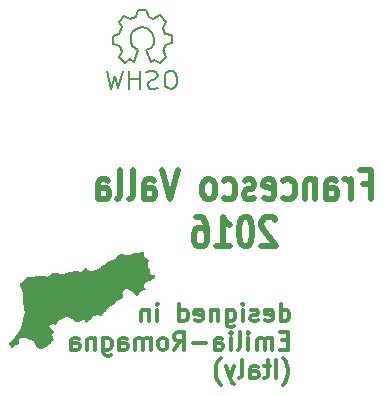
<source format=gbo>
G04 #@! TF.FileFunction,Legend,Bot*
%FSLAX46Y46*%
G04 Gerber Fmt 4.6, Leading zero omitted, Abs format (unit mm)*
G04 Created by KiCad (PCBNEW 4.0.2+dfsg1-stable) date gio 28 lug 2016 18:48:22 CEST*
%MOMM*%
G01*
G04 APERTURE LIST*
%ADD10C,0.100000*%
%ADD11C,0.300000*%
%ADD12C,0.500000*%
%ADD13C,0.150000*%
%ADD14C,0.010000*%
%ADD15R,3.900120X3.900120*%
%ADD16C,4.210000*%
%ADD17R,4.210000X4.210000*%
%ADD18R,2.940000X2.940000*%
%ADD19C,2.940000*%
%ADD20R,2.432000X2.432000*%
%ADD21O,2.432000X2.432000*%
%ADD22C,6.800000*%
G04 APERTURE END LIST*
D10*
D11*
X132900000Y-114478571D02*
X132900000Y-112978571D01*
X132900000Y-114407143D02*
X133042857Y-114478571D01*
X133328571Y-114478571D01*
X133471429Y-114407143D01*
X133542857Y-114335714D01*
X133614286Y-114192857D01*
X133614286Y-113764286D01*
X133542857Y-113621429D01*
X133471429Y-113550000D01*
X133328571Y-113478571D01*
X133042857Y-113478571D01*
X132900000Y-113550000D01*
X131614286Y-114407143D02*
X131757143Y-114478571D01*
X132042857Y-114478571D01*
X132185714Y-114407143D01*
X132257143Y-114264286D01*
X132257143Y-113692857D01*
X132185714Y-113550000D01*
X132042857Y-113478571D01*
X131757143Y-113478571D01*
X131614286Y-113550000D01*
X131542857Y-113692857D01*
X131542857Y-113835714D01*
X132257143Y-113978571D01*
X130971429Y-114407143D02*
X130828572Y-114478571D01*
X130542857Y-114478571D01*
X130400000Y-114407143D01*
X130328572Y-114264286D01*
X130328572Y-114192857D01*
X130400000Y-114050000D01*
X130542857Y-113978571D01*
X130757143Y-113978571D01*
X130900000Y-113907143D01*
X130971429Y-113764286D01*
X130971429Y-113692857D01*
X130900000Y-113550000D01*
X130757143Y-113478571D01*
X130542857Y-113478571D01*
X130400000Y-113550000D01*
X129685714Y-114478571D02*
X129685714Y-113478571D01*
X129685714Y-112978571D02*
X129757143Y-113050000D01*
X129685714Y-113121429D01*
X129614286Y-113050000D01*
X129685714Y-112978571D01*
X129685714Y-113121429D01*
X128328571Y-113478571D02*
X128328571Y-114692857D01*
X128400000Y-114835714D01*
X128471428Y-114907143D01*
X128614285Y-114978571D01*
X128828571Y-114978571D01*
X128971428Y-114907143D01*
X128328571Y-114407143D02*
X128471428Y-114478571D01*
X128757142Y-114478571D01*
X128900000Y-114407143D01*
X128971428Y-114335714D01*
X129042857Y-114192857D01*
X129042857Y-113764286D01*
X128971428Y-113621429D01*
X128900000Y-113550000D01*
X128757142Y-113478571D01*
X128471428Y-113478571D01*
X128328571Y-113550000D01*
X127614285Y-113478571D02*
X127614285Y-114478571D01*
X127614285Y-113621429D02*
X127542857Y-113550000D01*
X127399999Y-113478571D01*
X127185714Y-113478571D01*
X127042857Y-113550000D01*
X126971428Y-113692857D01*
X126971428Y-114478571D01*
X125685714Y-114407143D02*
X125828571Y-114478571D01*
X126114285Y-114478571D01*
X126257142Y-114407143D01*
X126328571Y-114264286D01*
X126328571Y-113692857D01*
X126257142Y-113550000D01*
X126114285Y-113478571D01*
X125828571Y-113478571D01*
X125685714Y-113550000D01*
X125614285Y-113692857D01*
X125614285Y-113835714D01*
X126328571Y-113978571D01*
X124328571Y-114478571D02*
X124328571Y-112978571D01*
X124328571Y-114407143D02*
X124471428Y-114478571D01*
X124757142Y-114478571D01*
X124900000Y-114407143D01*
X124971428Y-114335714D01*
X125042857Y-114192857D01*
X125042857Y-113764286D01*
X124971428Y-113621429D01*
X124900000Y-113550000D01*
X124757142Y-113478571D01*
X124471428Y-113478571D01*
X124328571Y-113550000D01*
X122471428Y-114478571D02*
X122471428Y-113478571D01*
X122471428Y-112978571D02*
X122542857Y-113050000D01*
X122471428Y-113121429D01*
X122400000Y-113050000D01*
X122471428Y-112978571D01*
X122471428Y-113121429D01*
X121757142Y-113478571D02*
X121757142Y-114478571D01*
X121757142Y-113621429D02*
X121685714Y-113550000D01*
X121542856Y-113478571D01*
X121328571Y-113478571D01*
X121185714Y-113550000D01*
X121114285Y-113692857D01*
X121114285Y-114478571D01*
X133542857Y-116092857D02*
X133042857Y-116092857D01*
X132828571Y-116878571D02*
X133542857Y-116878571D01*
X133542857Y-115378571D01*
X132828571Y-115378571D01*
X132185714Y-116878571D02*
X132185714Y-115878571D01*
X132185714Y-116021429D02*
X132114286Y-115950000D01*
X131971428Y-115878571D01*
X131757143Y-115878571D01*
X131614286Y-115950000D01*
X131542857Y-116092857D01*
X131542857Y-116878571D01*
X131542857Y-116092857D02*
X131471428Y-115950000D01*
X131328571Y-115878571D01*
X131114286Y-115878571D01*
X130971428Y-115950000D01*
X130900000Y-116092857D01*
X130900000Y-116878571D01*
X130185714Y-116878571D02*
X130185714Y-115878571D01*
X130185714Y-115378571D02*
X130257143Y-115450000D01*
X130185714Y-115521429D01*
X130114286Y-115450000D01*
X130185714Y-115378571D01*
X130185714Y-115521429D01*
X129257142Y-116878571D02*
X129400000Y-116807143D01*
X129471428Y-116664286D01*
X129471428Y-115378571D01*
X128685714Y-116878571D02*
X128685714Y-115878571D01*
X128685714Y-115378571D02*
X128757143Y-115450000D01*
X128685714Y-115521429D01*
X128614286Y-115450000D01*
X128685714Y-115378571D01*
X128685714Y-115521429D01*
X127328571Y-116878571D02*
X127328571Y-116092857D01*
X127400000Y-115950000D01*
X127542857Y-115878571D01*
X127828571Y-115878571D01*
X127971428Y-115950000D01*
X127328571Y-116807143D02*
X127471428Y-116878571D01*
X127828571Y-116878571D01*
X127971428Y-116807143D01*
X128042857Y-116664286D01*
X128042857Y-116521429D01*
X127971428Y-116378571D01*
X127828571Y-116307143D01*
X127471428Y-116307143D01*
X127328571Y-116235714D01*
X126614285Y-116307143D02*
X125471428Y-116307143D01*
X123899999Y-116878571D02*
X124399999Y-116164286D01*
X124757142Y-116878571D02*
X124757142Y-115378571D01*
X124185714Y-115378571D01*
X124042856Y-115450000D01*
X123971428Y-115521429D01*
X123899999Y-115664286D01*
X123899999Y-115878571D01*
X123971428Y-116021429D01*
X124042856Y-116092857D01*
X124185714Y-116164286D01*
X124757142Y-116164286D01*
X123042856Y-116878571D02*
X123185714Y-116807143D01*
X123257142Y-116735714D01*
X123328571Y-116592857D01*
X123328571Y-116164286D01*
X123257142Y-116021429D01*
X123185714Y-115950000D01*
X123042856Y-115878571D01*
X122828571Y-115878571D01*
X122685714Y-115950000D01*
X122614285Y-116021429D01*
X122542856Y-116164286D01*
X122542856Y-116592857D01*
X122614285Y-116735714D01*
X122685714Y-116807143D01*
X122828571Y-116878571D01*
X123042856Y-116878571D01*
X121899999Y-116878571D02*
X121899999Y-115878571D01*
X121899999Y-116021429D02*
X121828571Y-115950000D01*
X121685713Y-115878571D01*
X121471428Y-115878571D01*
X121328571Y-115950000D01*
X121257142Y-116092857D01*
X121257142Y-116878571D01*
X121257142Y-116092857D02*
X121185713Y-115950000D01*
X121042856Y-115878571D01*
X120828571Y-115878571D01*
X120685713Y-115950000D01*
X120614285Y-116092857D01*
X120614285Y-116878571D01*
X119257142Y-116878571D02*
X119257142Y-116092857D01*
X119328571Y-115950000D01*
X119471428Y-115878571D01*
X119757142Y-115878571D01*
X119899999Y-115950000D01*
X119257142Y-116807143D02*
X119399999Y-116878571D01*
X119757142Y-116878571D01*
X119899999Y-116807143D01*
X119971428Y-116664286D01*
X119971428Y-116521429D01*
X119899999Y-116378571D01*
X119757142Y-116307143D01*
X119399999Y-116307143D01*
X119257142Y-116235714D01*
X117899999Y-115878571D02*
X117899999Y-117092857D01*
X117971428Y-117235714D01*
X118042856Y-117307143D01*
X118185713Y-117378571D01*
X118399999Y-117378571D01*
X118542856Y-117307143D01*
X117899999Y-116807143D02*
X118042856Y-116878571D01*
X118328570Y-116878571D01*
X118471428Y-116807143D01*
X118542856Y-116735714D01*
X118614285Y-116592857D01*
X118614285Y-116164286D01*
X118542856Y-116021429D01*
X118471428Y-115950000D01*
X118328570Y-115878571D01*
X118042856Y-115878571D01*
X117899999Y-115950000D01*
X117185713Y-115878571D02*
X117185713Y-116878571D01*
X117185713Y-116021429D02*
X117114285Y-115950000D01*
X116971427Y-115878571D01*
X116757142Y-115878571D01*
X116614285Y-115950000D01*
X116542856Y-116092857D01*
X116542856Y-116878571D01*
X115185713Y-116878571D02*
X115185713Y-116092857D01*
X115257142Y-115950000D01*
X115399999Y-115878571D01*
X115685713Y-115878571D01*
X115828570Y-115950000D01*
X115185713Y-116807143D02*
X115328570Y-116878571D01*
X115685713Y-116878571D01*
X115828570Y-116807143D01*
X115899999Y-116664286D01*
X115899999Y-116521429D01*
X115828570Y-116378571D01*
X115685713Y-116307143D01*
X115328570Y-116307143D01*
X115185713Y-116235714D01*
X133114286Y-119850000D02*
X133185714Y-119778571D01*
X133328571Y-119564286D01*
X133400000Y-119421429D01*
X133471429Y-119207143D01*
X133542857Y-118850000D01*
X133542857Y-118564286D01*
X133471429Y-118207143D01*
X133400000Y-117992857D01*
X133328571Y-117850000D01*
X133185714Y-117635714D01*
X133114286Y-117564286D01*
X132542857Y-119278571D02*
X132542857Y-117778571D01*
X132042857Y-118278571D02*
X131471428Y-118278571D01*
X131828571Y-117778571D02*
X131828571Y-119064286D01*
X131757143Y-119207143D01*
X131614285Y-119278571D01*
X131471428Y-119278571D01*
X130328571Y-119278571D02*
X130328571Y-118492857D01*
X130400000Y-118350000D01*
X130542857Y-118278571D01*
X130828571Y-118278571D01*
X130971428Y-118350000D01*
X130328571Y-119207143D02*
X130471428Y-119278571D01*
X130828571Y-119278571D01*
X130971428Y-119207143D01*
X131042857Y-119064286D01*
X131042857Y-118921429D01*
X130971428Y-118778571D01*
X130828571Y-118707143D01*
X130471428Y-118707143D01*
X130328571Y-118635714D01*
X129399999Y-119278571D02*
X129542857Y-119207143D01*
X129614285Y-119064286D01*
X129614285Y-117778571D01*
X128971428Y-118278571D02*
X128614285Y-119278571D01*
X128257143Y-118278571D02*
X128614285Y-119278571D01*
X128757143Y-119635714D01*
X128828571Y-119707143D01*
X128971428Y-119778571D01*
X127828571Y-119850000D02*
X127757143Y-119778571D01*
X127614286Y-119564286D01*
X127542857Y-119421429D01*
X127471428Y-119207143D01*
X127400000Y-118850000D01*
X127400000Y-118564286D01*
X127471428Y-118207143D01*
X127542857Y-117992857D01*
X127614286Y-117850000D01*
X127757143Y-117635714D01*
X127828571Y-117564286D01*
D12*
X139904763Y-102821429D02*
X140571430Y-102821429D01*
X140571430Y-104130952D02*
X140571430Y-101630952D01*
X139619049Y-101630952D01*
X138857144Y-104130952D02*
X138857144Y-102464286D01*
X138857144Y-102940476D02*
X138761905Y-102702381D01*
X138666667Y-102583333D01*
X138476191Y-102464286D01*
X138285715Y-102464286D01*
X136761906Y-104130952D02*
X136761906Y-102821429D01*
X136857144Y-102583333D01*
X137047620Y-102464286D01*
X137428572Y-102464286D01*
X137619049Y-102583333D01*
X136761906Y-104011905D02*
X136952382Y-104130952D01*
X137428572Y-104130952D01*
X137619049Y-104011905D01*
X137714287Y-103773810D01*
X137714287Y-103535714D01*
X137619049Y-103297619D01*
X137428572Y-103178571D01*
X136952382Y-103178571D01*
X136761906Y-103059524D01*
X135809525Y-102464286D02*
X135809525Y-104130952D01*
X135809525Y-102702381D02*
X135714286Y-102583333D01*
X135523810Y-102464286D01*
X135238096Y-102464286D01*
X135047620Y-102583333D01*
X134952382Y-102821429D01*
X134952382Y-104130952D01*
X133142858Y-104011905D02*
X133333334Y-104130952D01*
X133714286Y-104130952D01*
X133904762Y-104011905D01*
X134000001Y-103892857D01*
X134095239Y-103654762D01*
X134095239Y-102940476D01*
X134000001Y-102702381D01*
X133904762Y-102583333D01*
X133714286Y-102464286D01*
X133333334Y-102464286D01*
X133142858Y-102583333D01*
X131523810Y-104011905D02*
X131714286Y-104130952D01*
X132095238Y-104130952D01*
X132285715Y-104011905D01*
X132380953Y-103773810D01*
X132380953Y-102821429D01*
X132285715Y-102583333D01*
X132095238Y-102464286D01*
X131714286Y-102464286D01*
X131523810Y-102583333D01*
X131428572Y-102821429D01*
X131428572Y-103059524D01*
X132380953Y-103297619D01*
X130666667Y-104011905D02*
X130476190Y-104130952D01*
X130095238Y-104130952D01*
X129904762Y-104011905D01*
X129809524Y-103773810D01*
X129809524Y-103654762D01*
X129904762Y-103416667D01*
X130095238Y-103297619D01*
X130380952Y-103297619D01*
X130571429Y-103178571D01*
X130666667Y-102940476D01*
X130666667Y-102821429D01*
X130571429Y-102583333D01*
X130380952Y-102464286D01*
X130095238Y-102464286D01*
X129904762Y-102583333D01*
X128095238Y-104011905D02*
X128285714Y-104130952D01*
X128666666Y-104130952D01*
X128857142Y-104011905D01*
X128952381Y-103892857D01*
X129047619Y-103654762D01*
X129047619Y-102940476D01*
X128952381Y-102702381D01*
X128857142Y-102583333D01*
X128666666Y-102464286D01*
X128285714Y-102464286D01*
X128095238Y-102583333D01*
X126952380Y-104130952D02*
X127142856Y-104011905D01*
X127238095Y-103892857D01*
X127333333Y-103654762D01*
X127333333Y-102940476D01*
X127238095Y-102702381D01*
X127142856Y-102583333D01*
X126952380Y-102464286D01*
X126666666Y-102464286D01*
X126476190Y-102583333D01*
X126380952Y-102702381D01*
X126285714Y-102940476D01*
X126285714Y-103654762D01*
X126380952Y-103892857D01*
X126476190Y-104011905D01*
X126666666Y-104130952D01*
X126952380Y-104130952D01*
X124190475Y-101630952D02*
X123523808Y-104130952D01*
X122857141Y-101630952D01*
X121333332Y-104130952D02*
X121333332Y-102821429D01*
X121428570Y-102583333D01*
X121619046Y-102464286D01*
X121999998Y-102464286D01*
X122190475Y-102583333D01*
X121333332Y-104011905D02*
X121523808Y-104130952D01*
X121999998Y-104130952D01*
X122190475Y-104011905D01*
X122285713Y-103773810D01*
X122285713Y-103535714D01*
X122190475Y-103297619D01*
X121999998Y-103178571D01*
X121523808Y-103178571D01*
X121333332Y-103059524D01*
X120095236Y-104130952D02*
X120285712Y-104011905D01*
X120380951Y-103773810D01*
X120380951Y-101630952D01*
X119047617Y-104130952D02*
X119238093Y-104011905D01*
X119333332Y-103773810D01*
X119333332Y-101630952D01*
X117428570Y-104130952D02*
X117428570Y-102821429D01*
X117523808Y-102583333D01*
X117714284Y-102464286D01*
X118095236Y-102464286D01*
X118285713Y-102583333D01*
X117428570Y-104011905D02*
X117619046Y-104130952D01*
X118095236Y-104130952D01*
X118285713Y-104011905D01*
X118380951Y-103773810D01*
X118380951Y-103535714D01*
X118285713Y-103297619D01*
X118095236Y-103178571D01*
X117619046Y-103178571D01*
X117428570Y-103059524D01*
X132428572Y-105869048D02*
X132333334Y-105750000D01*
X132142857Y-105630952D01*
X131666667Y-105630952D01*
X131476191Y-105750000D01*
X131380953Y-105869048D01*
X131285714Y-106107143D01*
X131285714Y-106345238D01*
X131380953Y-106702381D01*
X132523810Y-108130952D01*
X131285714Y-108130952D01*
X130047619Y-105630952D02*
X129857143Y-105630952D01*
X129666667Y-105750000D01*
X129571429Y-105869048D01*
X129476191Y-106107143D01*
X129380952Y-106583333D01*
X129380952Y-107178571D01*
X129476191Y-107654762D01*
X129571429Y-107892857D01*
X129666667Y-108011905D01*
X129857143Y-108130952D01*
X130047619Y-108130952D01*
X130238095Y-108011905D01*
X130333333Y-107892857D01*
X130428572Y-107654762D01*
X130523810Y-107178571D01*
X130523810Y-106583333D01*
X130428572Y-106107143D01*
X130333333Y-105869048D01*
X130238095Y-105750000D01*
X130047619Y-105630952D01*
X127476190Y-108130952D02*
X128619048Y-108130952D01*
X128047619Y-108130952D02*
X128047619Y-105630952D01*
X128238095Y-105988095D01*
X128428571Y-106226190D01*
X128619048Y-106345238D01*
X125761905Y-105630952D02*
X126142857Y-105630952D01*
X126333333Y-105750000D01*
X126428571Y-105869048D01*
X126619048Y-106226190D01*
X126714286Y-106702381D01*
X126714286Y-107654762D01*
X126619048Y-107892857D01*
X126523809Y-108011905D01*
X126333333Y-108130952D01*
X125952381Y-108130952D01*
X125761905Y-108011905D01*
X125666667Y-107892857D01*
X125571428Y-107654762D01*
X125571428Y-107059524D01*
X125666667Y-106821429D01*
X125761905Y-106702381D01*
X125952381Y-106583333D01*
X126333333Y-106583333D01*
X126523809Y-106702381D01*
X126619048Y-106821429D01*
X126714286Y-107059524D01*
D13*
X119531220Y-93289860D02*
X119170540Y-94760520D01*
X119170540Y-94760520D02*
X118891140Y-93698800D01*
X118891140Y-93698800D02*
X118581260Y-94770680D01*
X118581260Y-94770680D02*
X118240900Y-93320340D01*
X120951080Y-93980740D02*
X120161140Y-93970580D01*
X120161140Y-93970580D02*
X120150980Y-93980740D01*
X120150980Y-93980740D02*
X120150980Y-93970580D01*
X120110340Y-93259380D02*
X120110340Y-94801160D01*
X120999340Y-93249220D02*
X120999340Y-94818940D01*
X120999340Y-94818940D02*
X120989180Y-94808780D01*
X121550520Y-93350820D02*
X121901040Y-93269540D01*
X121901040Y-93269540D02*
X122221080Y-93259380D01*
X122221080Y-93259380D02*
X122459840Y-93460040D01*
X122459840Y-93460040D02*
X122490320Y-93729280D01*
X122490320Y-93729280D02*
X122249020Y-93970580D01*
X122249020Y-93970580D02*
X121860400Y-94100120D01*
X121860400Y-94100120D02*
X121680060Y-94260140D01*
X121680060Y-94260140D02*
X121639420Y-94559860D01*
X121639420Y-94559860D02*
X121870560Y-94780840D01*
X121870560Y-94780840D02*
X122190600Y-94808780D01*
X122190600Y-94808780D02*
X122541120Y-94699560D01*
X123579980Y-93249220D02*
X123828900Y-93269540D01*
X123828900Y-93269540D02*
X124070200Y-93510840D01*
X124070200Y-93510840D02*
X124159100Y-94001060D01*
X124159100Y-94001060D02*
X124131160Y-94349040D01*
X124131160Y-94349040D02*
X123930500Y-94669080D01*
X123930500Y-94669080D02*
X123679040Y-94791000D01*
X123679040Y-94791000D02*
X123369160Y-94719880D01*
X123369160Y-94719880D02*
X123150720Y-94539540D01*
X123150720Y-94539540D02*
X123079600Y-94079800D01*
X123079600Y-94079800D02*
X123130400Y-93670860D01*
X123130400Y-93670860D02*
X123239620Y-93388920D01*
X123239620Y-93388920D02*
X123600300Y-93259380D01*
X122980540Y-91529640D02*
X123239620Y-92090980D01*
X123239620Y-92090980D02*
X122701140Y-92609140D01*
X122701140Y-92609140D02*
X122180440Y-92339900D01*
X122180440Y-92339900D02*
X121901040Y-92499920D01*
X120460860Y-92479600D02*
X120130660Y-92289100D01*
X120130660Y-92289100D02*
X119691240Y-92619300D01*
X119691240Y-92619300D02*
X119218800Y-92129080D01*
X119218800Y-92129080D02*
X119500740Y-91649020D01*
X119500740Y-91649020D02*
X119310240Y-91179120D01*
X119310240Y-91179120D02*
X118700640Y-90991160D01*
X118700640Y-90991160D02*
X118700640Y-90310440D01*
X118700640Y-90310440D02*
X119259440Y-90170740D01*
X119259440Y-90170740D02*
X119460100Y-89599240D01*
X119460100Y-89599240D02*
X119190860Y-89129340D01*
X119190860Y-89129340D02*
X119660760Y-88618800D01*
X119660760Y-88618800D02*
X120178920Y-88880420D01*
X120178920Y-88880420D02*
X120648820Y-88679760D01*
X120648820Y-88679760D02*
X120819000Y-88138740D01*
X120819000Y-88138740D02*
X121509880Y-88120960D01*
X121509880Y-88120960D02*
X121720700Y-88669600D01*
X121720700Y-88669600D02*
X122139800Y-88839780D01*
X122139800Y-88839780D02*
X122690980Y-88570540D01*
X122690980Y-88570540D02*
X123209140Y-89098860D01*
X123209140Y-89098860D02*
X122960220Y-89639880D01*
X122960220Y-89639880D02*
X123130400Y-90119940D01*
X123130400Y-90119940D02*
X123679040Y-90219000D01*
X123679040Y-90219000D02*
X123689200Y-90920040D01*
X123689200Y-90920040D02*
X123130400Y-91120700D01*
X123130400Y-91120700D02*
X122990700Y-91519480D01*
X120849480Y-91499160D02*
X120549760Y-91349300D01*
X120549760Y-91349300D02*
X120349100Y-91151180D01*
X120349100Y-91151180D02*
X120199240Y-90749860D01*
X120199240Y-90749860D02*
X120199240Y-90351080D01*
X120199240Y-90351080D02*
X120349100Y-90000560D01*
X120349100Y-90000560D02*
X120801220Y-89650040D01*
X120801220Y-89650040D02*
X121250800Y-89599240D01*
X121250800Y-89599240D02*
X121649580Y-89700840D01*
X121649580Y-89700840D02*
X122050900Y-90048820D01*
X122050900Y-90048820D02*
X122200760Y-90500940D01*
X122200760Y-90500940D02*
X122149960Y-90998780D01*
X122149960Y-90998780D02*
X121901040Y-91301040D01*
X121901040Y-91301040D02*
X121550520Y-91499160D01*
X121550520Y-91499160D02*
X121901040Y-92499920D01*
X120849480Y-91499160D02*
X120450700Y-92499920D01*
D14*
G36*
X121191228Y-108620350D02*
X121164610Y-108624015D01*
X121124940Y-108629788D01*
X121074051Y-108637393D01*
X121013780Y-108646553D01*
X120945961Y-108656994D01*
X120872429Y-108668439D01*
X120833877Y-108674487D01*
X120481501Y-108729907D01*
X120316401Y-108796447D01*
X120264468Y-108816904D01*
X120215427Y-108835350D01*
X120172307Y-108850710D01*
X120138140Y-108861914D01*
X120115957Y-108867887D01*
X120113200Y-108868363D01*
X120095701Y-108868877D01*
X120063272Y-108867854D01*
X120017832Y-108865420D01*
X119961304Y-108861699D01*
X119895608Y-108856818D01*
X119822665Y-108850902D01*
X119750512Y-108844628D01*
X119425923Y-108815518D01*
X119226787Y-108869189D01*
X119171524Y-108884165D01*
X119121989Y-108897746D01*
X119080433Y-108909301D01*
X119049103Y-108918202D01*
X119030250Y-108923818D01*
X119025659Y-108925480D01*
X119023545Y-108934411D01*
X119019458Y-108956356D01*
X119014067Y-108987602D01*
X119010235Y-109010809D01*
X119003445Y-109049930D01*
X118996742Y-109077638D01*
X118987921Y-109099296D01*
X118974778Y-109120269D01*
X118955107Y-109145921D01*
X118954242Y-109147009D01*
X118911679Y-109200498D01*
X118602885Y-109317367D01*
X118294092Y-109434236D01*
X118038478Y-109609656D01*
X117946188Y-109673681D01*
X117866672Y-109730389D01*
X117798148Y-109781115D01*
X117738834Y-109827192D01*
X117686945Y-109869955D01*
X117663821Y-109889988D01*
X117623816Y-109925010D01*
X117585940Y-109957739D01*
X117552896Y-109985873D01*
X117527390Y-110007105D01*
X117513219Y-110018330D01*
X117495203Y-110028597D01*
X117463783Y-110043186D01*
X117421297Y-110061239D01*
X117370083Y-110081901D01*
X117312479Y-110104315D01*
X117250824Y-110127623D01*
X117187457Y-110150970D01*
X117124715Y-110173498D01*
X117064938Y-110194351D01*
X117010462Y-110212673D01*
X116963628Y-110227606D01*
X116926773Y-110238294D01*
X116902235Y-110243880D01*
X116895867Y-110244501D01*
X116873507Y-110243068D01*
X116838793Y-110239140D01*
X116796028Y-110233272D01*
X116749515Y-110226023D01*
X116737233Y-110223963D01*
X116676137Y-110212757D01*
X116628222Y-110201127D01*
X116589947Y-110186841D01*
X116557768Y-110167669D01*
X116528143Y-110141378D01*
X116497528Y-110105739D01*
X116462380Y-110058521D01*
X116452476Y-110044654D01*
X116422619Y-110003300D01*
X116400608Y-109974536D01*
X116385016Y-109956780D01*
X116374420Y-109948452D01*
X116367395Y-109947971D01*
X116366098Y-109948833D01*
X116357249Y-109957744D01*
X116338952Y-109977312D01*
X116313024Y-110005554D01*
X116281282Y-110040486D01*
X116245544Y-110080124D01*
X116231248Y-110096057D01*
X116190400Y-110141477D01*
X116158683Y-110176045D01*
X116134021Y-110201605D01*
X116114336Y-110219998D01*
X116097552Y-110233068D01*
X116081593Y-110242656D01*
X116064383Y-110250606D01*
X116051021Y-110255971D01*
X115994167Y-110278184D01*
X115816367Y-110264958D01*
X115627601Y-110255802D01*
X115443834Y-110255588D01*
X115249101Y-110259443D01*
X115109401Y-110294715D01*
X115063524Y-110306491D01*
X115005092Y-110321788D01*
X114937865Y-110339605D01*
X114865606Y-110358940D01*
X114792076Y-110378791D01*
X114721037Y-110398155D01*
X114720252Y-110398370D01*
X114648032Y-110417797D01*
X114582835Y-110434603D01*
X114526540Y-110448343D01*
X114481028Y-110458575D01*
X114448177Y-110464852D01*
X114430956Y-110466754D01*
X114345516Y-110464286D01*
X114244432Y-110456918D01*
X114128252Y-110444702D01*
X113997525Y-110427688D01*
X113958391Y-110422072D01*
X113734481Y-110389333D01*
X113615491Y-110419128D01*
X113496500Y-110448924D01*
X113357888Y-110562035D01*
X113310912Y-110600168D01*
X113274538Y-110628984D01*
X113246383Y-110650036D01*
X113224065Y-110664873D01*
X113205200Y-110675048D01*
X113187404Y-110682112D01*
X113168295Y-110687616D01*
X113162897Y-110688963D01*
X113106518Y-110702779D01*
X112830853Y-110652425D01*
X112555187Y-110602070D01*
X112272310Y-110647424D01*
X112187334Y-110660556D01*
X112091850Y-110674479D01*
X111991307Y-110688452D01*
X111891152Y-110701736D01*
X111796833Y-110713589D01*
X111714472Y-110723198D01*
X111439510Y-110753619D01*
X111205027Y-110985976D01*
X111152839Y-111037406D01*
X111104120Y-111084872D01*
X111060232Y-111127087D01*
X111022536Y-111162766D01*
X110992395Y-111190622D01*
X110971171Y-111209369D01*
X110960225Y-111217721D01*
X110959289Y-111218036D01*
X110945622Y-111216149D01*
X110920976Y-111211514D01*
X110893000Y-111205633D01*
X110858135Y-111197824D01*
X110835031Y-111194191D01*
X110821647Y-111197086D01*
X110815947Y-111208864D01*
X110815889Y-111231877D01*
X110819436Y-111268480D01*
X110821481Y-111288183D01*
X110831089Y-111383433D01*
X110938730Y-111588552D01*
X111046370Y-111793670D01*
X111084820Y-112033052D01*
X111123269Y-112272433D01*
X111114792Y-112543366D01*
X111106315Y-112814300D01*
X111173225Y-113236290D01*
X111186373Y-113319864D01*
X111198666Y-113399250D01*
X111209846Y-113472704D01*
X111219658Y-113538482D01*
X111227844Y-113594840D01*
X111234149Y-113640032D01*
X111238316Y-113672316D01*
X111240089Y-113689946D01*
X111240134Y-113691451D01*
X111238091Y-113705040D01*
X111232204Y-113733565D01*
X111222840Y-113775559D01*
X111210363Y-113829556D01*
X111195137Y-113894088D01*
X111177529Y-113967689D01*
X111157903Y-114048893D01*
X111136624Y-114136233D01*
X111114057Y-114228242D01*
X111090568Y-114323454D01*
X111066520Y-114420402D01*
X111042281Y-114517620D01*
X111018213Y-114613641D01*
X110994683Y-114706998D01*
X110972056Y-114796226D01*
X110950696Y-114879856D01*
X110930968Y-114956424D01*
X110913238Y-115024461D01*
X110897871Y-115082502D01*
X110885232Y-115129080D01*
X110875685Y-115162728D01*
X110869596Y-115181980D01*
X110868388Y-115184966D01*
X110860578Y-115196985D01*
X110843063Y-115221117D01*
X110816705Y-115256245D01*
X110782370Y-115301253D01*
X110740920Y-115355025D01*
X110693221Y-115416444D01*
X110640135Y-115484395D01*
X110582527Y-115557759D01*
X110521261Y-115635422D01*
X110457465Y-115715935D01*
X110381125Y-115811968D01*
X110314428Y-115895628D01*
X110256575Y-115967870D01*
X110206764Y-116029650D01*
X110164197Y-116081923D01*
X110128073Y-116125645D01*
X110097592Y-116161773D01*
X110071954Y-116191261D01*
X110050359Y-116215065D01*
X110032008Y-116234142D01*
X110016099Y-116249446D01*
X110001833Y-116261935D01*
X109997371Y-116265583D01*
X109968930Y-116288479D01*
X109945361Y-116307496D01*
X109929846Y-116320062D01*
X109925680Y-116323476D01*
X109927008Y-116332499D01*
X109934617Y-116354237D01*
X109947480Y-116386125D01*
X109964570Y-116425604D01*
X109981953Y-116463860D01*
X110044580Y-116598900D01*
X110102057Y-116639116D01*
X110129284Y-116657645D01*
X110151301Y-116671663D01*
X110164418Y-116678853D01*
X110166120Y-116679333D01*
X110172568Y-116672367D01*
X110185201Y-116653416D01*
X110202172Y-116625406D01*
X110220945Y-116592504D01*
X110246589Y-116548256D01*
X110270201Y-116513576D01*
X110294707Y-116486336D01*
X110323033Y-116464408D01*
X110358104Y-116445663D01*
X110402847Y-116427972D01*
X110460186Y-116409207D01*
X110482141Y-116402486D01*
X110531555Y-116387397D01*
X110567497Y-116375841D01*
X110592714Y-116366493D01*
X110609955Y-116358024D01*
X110621967Y-116349108D01*
X110631499Y-116338418D01*
X110640273Y-116326117D01*
X110648930Y-116312898D01*
X110655529Y-116300049D01*
X110660582Y-116284806D01*
X110664599Y-116264408D01*
X110668089Y-116236093D01*
X110671562Y-116197097D01*
X110675530Y-116144660D01*
X110676660Y-116129112D01*
X110688328Y-115968034D01*
X110795634Y-115839136D01*
X110964967Y-115797234D01*
X111025043Y-115782609D01*
X111071482Y-115771982D01*
X111106987Y-115764897D01*
X111134258Y-115760900D01*
X111155998Y-115759537D01*
X111174907Y-115760351D01*
X111180454Y-115760955D01*
X111198436Y-115764524D01*
X111221616Y-115771838D01*
X111251701Y-115783640D01*
X111290400Y-115800672D01*
X111339422Y-115823675D01*
X111400474Y-115853393D01*
X111451388Y-115878638D01*
X111676167Y-115990699D01*
X111793864Y-116010642D01*
X111841020Y-116018832D01*
X111875200Y-116025650D01*
X111900149Y-116032378D01*
X111919616Y-116040295D01*
X111937347Y-116050682D01*
X111957090Y-116064818D01*
X111960975Y-116067731D01*
X111986155Y-116087329D01*
X112006003Y-116104012D01*
X112016496Y-116114385D01*
X112016798Y-116114822D01*
X112021829Y-116124940D01*
X112032757Y-116148416D01*
X112048620Y-116183129D01*
X112068453Y-116226959D01*
X112091292Y-116277782D01*
X112116172Y-116333477D01*
X112116386Y-116333959D01*
X112209567Y-116543152D01*
X112332334Y-116632212D01*
X112372919Y-116660958D01*
X112409785Y-116685771D01*
X112440391Y-116705042D01*
X112462199Y-116717164D01*
X112472034Y-116720643D01*
X112485518Y-116719148D01*
X112512745Y-116715371D01*
X112550746Y-116709751D01*
X112596551Y-116702729D01*
X112645600Y-116694996D01*
X112802234Y-116669977D01*
X112920767Y-116589344D01*
X113002422Y-116533816D01*
X113071528Y-116486768D01*
X113129496Y-116447096D01*
X113177738Y-116413697D01*
X113217666Y-116385469D01*
X113250691Y-116361308D01*
X113278225Y-116340112D01*
X113301679Y-116320776D01*
X113322466Y-116302197D01*
X113341997Y-116283274D01*
X113361683Y-116262902D01*
X113382936Y-116239979D01*
X113407169Y-116213401D01*
X113420300Y-116198991D01*
X113458341Y-116157216D01*
X113494622Y-116117195D01*
X113526800Y-116081527D01*
X113552530Y-116052812D01*
X113569468Y-116033650D01*
X113570883Y-116032017D01*
X113602933Y-115994911D01*
X113588966Y-115911672D01*
X113579218Y-115862423D01*
X113567806Y-115824445D01*
X113552902Y-115792079D01*
X113547026Y-115781866D01*
X113514565Y-115722162D01*
X113493653Y-115669096D01*
X113482870Y-115618418D01*
X113480598Y-115582900D01*
X113486507Y-115523348D01*
X113505670Y-115474293D01*
X113538198Y-115435553D01*
X113584200Y-115406947D01*
X113589749Y-115404552D01*
X113617325Y-115390807D01*
X113631631Y-115376718D01*
X113636046Y-115358856D01*
X113636071Y-115357555D01*
X113630470Y-115348360D01*
X113614502Y-115328454D01*
X113589509Y-115299355D01*
X113556837Y-115262579D01*
X113517830Y-115219646D01*
X113473832Y-115172073D01*
X113437355Y-115133189D01*
X113378443Y-115070249D01*
X113329257Y-115016605D01*
X113290257Y-114972782D01*
X113261902Y-114939309D01*
X113244652Y-114916712D01*
X113238965Y-114905567D01*
X113241838Y-114891356D01*
X113249343Y-114864903D01*
X113260366Y-114829893D01*
X113273791Y-114790012D01*
X113274827Y-114787033D01*
X113310234Y-114685433D01*
X113457788Y-114661312D01*
X113512300Y-114652581D01*
X113553340Y-114646615D01*
X113584109Y-114643197D01*
X113607802Y-114642111D01*
X113627618Y-114643139D01*
X113646755Y-114646064D01*
X113655696Y-114647877D01*
X113698674Y-114661503D01*
X113739671Y-114681971D01*
X113747121Y-114686815D01*
X113770426Y-114702025D01*
X113788426Y-114712281D01*
X113795729Y-114715067D01*
X113802465Y-114707879D01*
X113813622Y-114688802D01*
X113827079Y-114661566D01*
X113830659Y-114653683D01*
X113845260Y-114625651D01*
X113867554Y-114588649D01*
X113895570Y-114545436D01*
X113927338Y-114498770D01*
X113960887Y-114451406D01*
X113994248Y-114406103D01*
X114025449Y-114365618D01*
X114052521Y-114332708D01*
X114073493Y-114310131D01*
X114080549Y-114303975D01*
X114100185Y-114291943D01*
X114131133Y-114276310D01*
X114168803Y-114259285D01*
X114200803Y-114246105D01*
X114243983Y-114227249D01*
X114298260Y-114200515D01*
X114360666Y-114167454D01*
X114428234Y-114129616D01*
X114467094Y-114106993D01*
X114641822Y-114003867D01*
X114705081Y-114003867D01*
X114723325Y-114004056D01*
X114739852Y-114005085D01*
X114756722Y-114007649D01*
X114775998Y-114012440D01*
X114799741Y-114020151D01*
X114830013Y-114031476D01*
X114868873Y-114047108D01*
X114918385Y-114067740D01*
X114980609Y-114094066D01*
X115008515Y-114105919D01*
X115069498Y-114132115D01*
X115126465Y-114157125D01*
X115177249Y-114179955D01*
X115219687Y-114199614D01*
X115251612Y-114215108D01*
X115270859Y-114225446D01*
X115274295Y-114227735D01*
X115288570Y-114239406D01*
X115313106Y-114260160D01*
X115345449Y-114287893D01*
X115383147Y-114320501D01*
X115423747Y-114355882D01*
X115426758Y-114358516D01*
X115470102Y-114396681D01*
X115503489Y-114425438D01*
X115530210Y-114445926D01*
X115553558Y-114459284D01*
X115576823Y-114466649D01*
X115603296Y-114469160D01*
X115636270Y-114467957D01*
X115679035Y-114464176D01*
X115720771Y-114460221D01*
X115822822Y-114450908D01*
X115925428Y-114377248D01*
X115962061Y-114351025D01*
X115994091Y-114328240D01*
X116018868Y-114310765D01*
X116033745Y-114300474D01*
X116036500Y-114298688D01*
X116048050Y-114297276D01*
X116072475Y-114297362D01*
X116105794Y-114298863D01*
X116131976Y-114300687D01*
X116218986Y-114307586D01*
X116321736Y-114405493D01*
X116356167Y-114437948D01*
X116386481Y-114465857D01*
X116410523Y-114487289D01*
X116426139Y-114500312D01*
X116431000Y-114503400D01*
X116439489Y-114497056D01*
X116452518Y-114481283D01*
X116456339Y-114475883D01*
X116484178Y-114439859D01*
X116517636Y-114406108D01*
X116559446Y-114372358D01*
X116612340Y-114336339D01*
X116658466Y-114307938D01*
X116773100Y-114239515D01*
X116874700Y-114099606D01*
X116909346Y-114052103D01*
X116936134Y-114016240D01*
X116957060Y-113989885D01*
X116974117Y-113970907D01*
X116989301Y-113957173D01*
X117004607Y-113946553D01*
X117022030Y-113936913D01*
X117031334Y-113932206D01*
X117049095Y-113923492D01*
X117064781Y-113916732D01*
X117080964Y-113911546D01*
X117100215Y-113907552D01*
X117125107Y-113904369D01*
X117158210Y-113901615D01*
X117202096Y-113898909D01*
X117259338Y-113895869D01*
X117285334Y-113894537D01*
X117484300Y-113884359D01*
X117535100Y-113906675D01*
X117566912Y-113922884D01*
X117596477Y-113941650D01*
X117612701Y-113954695D01*
X117639501Y-113980400D01*
X117659887Y-113947683D01*
X117671526Y-113928598D01*
X117689568Y-113898525D01*
X117711854Y-113861085D01*
X117736224Y-113819898D01*
X117745063Y-113804900D01*
X117771082Y-113761291D01*
X117791250Y-113729536D01*
X117807943Y-113706687D01*
X117823536Y-113689799D01*
X117840407Y-113675925D01*
X117859420Y-113663083D01*
X117887535Y-113646898D01*
X117912909Y-113635415D01*
X117929478Y-113631204D01*
X117949134Y-113628688D01*
X117958945Y-113624854D01*
X117966342Y-113617147D01*
X117983361Y-113598014D01*
X118008698Y-113568964D01*
X118041047Y-113531509D01*
X118079104Y-113487156D01*
X118121565Y-113437418D01*
X118161841Y-113390033D01*
X118207536Y-113336327D01*
X118250369Y-113286288D01*
X118288967Y-113241500D01*
X118321952Y-113203549D01*
X118347950Y-113174017D01*
X118365584Y-113154488D01*
X118372997Y-113146915D01*
X118385385Y-113139652D01*
X118411043Y-113126954D01*
X118447611Y-113109905D01*
X118492732Y-113089589D01*
X118544047Y-113067090D01*
X118583824Y-113050012D01*
X118643121Y-113025002D01*
X118689495Y-113005269D01*
X118725308Y-112988801D01*
X118752920Y-112973587D01*
X118774694Y-112957617D01*
X118792991Y-112938877D01*
X118810172Y-112915357D01*
X118828599Y-112885046D01*
X118850633Y-112845931D01*
X118875466Y-112801600D01*
X118898738Y-112760947D01*
X118919168Y-112727818D01*
X118938900Y-112700672D01*
X118960076Y-112677971D01*
X118984838Y-112658173D01*
X119015330Y-112639740D01*
X119053694Y-112621131D01*
X119102072Y-112600807D01*
X119162607Y-112577227D01*
X119215734Y-112557063D01*
X119271881Y-112535512D01*
X119322979Y-112515299D01*
X119366821Y-112497348D01*
X119401197Y-112482578D01*
X119423901Y-112471914D01*
X119432548Y-112466560D01*
X119438522Y-112452598D01*
X119445428Y-112427172D01*
X119451842Y-112395585D01*
X119452264Y-112393109D01*
X119455977Y-112368153D01*
X119457795Y-112345362D01*
X119457505Y-112321045D01*
X119454895Y-112291508D01*
X119449751Y-112253058D01*
X119441862Y-112202002D01*
X119440910Y-112196039D01*
X119432271Y-112139818D01*
X119426896Y-112094022D01*
X119425649Y-112055612D01*
X119429394Y-112021552D01*
X119438994Y-111988804D01*
X119455313Y-111954331D01*
X119479216Y-111915096D01*
X119511565Y-111868061D01*
X119548981Y-111816045D01*
X119649396Y-111677445D01*
X119733811Y-111654760D01*
X119818226Y-111632076D01*
X120052497Y-111735234D01*
X120113442Y-111762197D01*
X120171231Y-111788000D01*
X120223514Y-111811577D01*
X120267941Y-111831859D01*
X120302162Y-111847780D01*
X120323827Y-111858272D01*
X120327123Y-111859984D01*
X120346613Y-111872783D01*
X120369845Y-111892836D01*
X120398429Y-111921761D01*
X120433971Y-111961179D01*
X120474660Y-112008653D01*
X120526309Y-112071553D01*
X120566127Y-112123898D01*
X120594721Y-112166623D01*
X120612697Y-112200661D01*
X120620664Y-112226948D01*
X120621201Y-112234292D01*
X120624067Y-112245450D01*
X120635638Y-112250343D01*
X120654638Y-112251266D01*
X120666521Y-112250863D01*
X120676967Y-112248496D01*
X120687842Y-112242425D01*
X120701011Y-112230913D01*
X120718339Y-112212223D01*
X120741692Y-112184615D01*
X120772933Y-112146351D01*
X120790495Y-112124658D01*
X120837134Y-112069580D01*
X120887729Y-112014311D01*
X120939952Y-111961056D01*
X120991472Y-111912021D01*
X121039957Y-111869412D01*
X121083078Y-111835436D01*
X121118503Y-111812297D01*
X121123068Y-111809868D01*
X121144398Y-111801079D01*
X121177333Y-111789985D01*
X121216993Y-111778149D01*
X121250068Y-111769249D01*
X121290502Y-111758646D01*
X121327096Y-111748538D01*
X121355408Y-111740181D01*
X121369501Y-111735450D01*
X121385879Y-111728072D01*
X121388278Y-111720714D01*
X121378553Y-111707389D01*
X121378286Y-111707068D01*
X121364737Y-111691592D01*
X121343856Y-111668683D01*
X121320022Y-111643143D01*
X121318626Y-111641667D01*
X121291785Y-111610581D01*
X121273930Y-111581507D01*
X121260416Y-111546413D01*
X121256989Y-111535137D01*
X121239396Y-111475173D01*
X121262615Y-111360327D01*
X121272302Y-111313623D01*
X121280333Y-111279729D01*
X121288152Y-111254806D01*
X121297202Y-111235018D01*
X121308924Y-111216525D01*
X121324426Y-111195923D01*
X121363018Y-111146367D01*
X121565726Y-111054328D01*
X121647878Y-111016571D01*
X121728560Y-110978626D01*
X121806286Y-110941256D01*
X121879572Y-110905225D01*
X121946932Y-110871294D01*
X122006880Y-110840227D01*
X122057932Y-110812786D01*
X122098601Y-110789734D01*
X122127402Y-110771834D01*
X122142851Y-110759848D01*
X122144952Y-110756900D01*
X122148041Y-110741793D01*
X122151487Y-110714032D01*
X122154824Y-110677879D01*
X122157091Y-110645938D01*
X122162889Y-110551909D01*
X122140359Y-110537147D01*
X122129147Y-110530573D01*
X122118047Y-110527518D01*
X122103141Y-110528260D01*
X122080508Y-110533078D01*
X122046230Y-110542251D01*
X122038499Y-110544392D01*
X122003051Y-110553889D01*
X121972981Y-110561327D01*
X121952536Y-110565685D01*
X121946849Y-110566400D01*
X121933432Y-110561801D01*
X121910354Y-110549579D01*
X121881189Y-110532090D01*
X121849513Y-110511694D01*
X121818899Y-110490750D01*
X121792923Y-110471617D01*
X121775159Y-110456652D01*
X121769245Y-110449207D01*
X121766356Y-110435504D01*
X121761626Y-110409055D01*
X121755748Y-110373855D01*
X121750282Y-110339516D01*
X121743860Y-110295562D01*
X121740592Y-110264497D01*
X121740353Y-110242598D01*
X121743018Y-110226141D01*
X121746190Y-110216749D01*
X121756445Y-110190754D01*
X121768159Y-110160730D01*
X121770584Y-110154470D01*
X121784178Y-110119307D01*
X121744715Y-110075415D01*
X121697007Y-110016234D01*
X121647956Y-109943907D01*
X121599833Y-109861829D01*
X121591057Y-109845553D01*
X121573240Y-109810014D01*
X121560591Y-109778178D01*
X121553139Y-109747213D01*
X121550909Y-109714283D01*
X121553930Y-109676557D01*
X121562226Y-109631201D01*
X121575826Y-109575380D01*
X121594247Y-109508066D01*
X121609366Y-109456351D01*
X121624597Y-109407828D01*
X121638813Y-109365830D01*
X121650888Y-109333693D01*
X121659359Y-109315321D01*
X121680399Y-109279208D01*
X121631896Y-109224304D01*
X121609225Y-109199528D01*
X121590381Y-109180564D01*
X121578360Y-109170365D01*
X121576157Y-109169400D01*
X121557800Y-109165443D01*
X121529105Y-109154901D01*
X121494333Y-109139767D01*
X121457746Y-109122035D01*
X121423607Y-109103698D01*
X121396176Y-109086748D01*
X121390068Y-109082365D01*
X121350662Y-109050198D01*
X121319149Y-109017813D01*
X121294286Y-108982500D01*
X121274829Y-108941546D01*
X121259532Y-108892242D01*
X121247152Y-108831877D01*
X121236445Y-108757739D01*
X121234748Y-108743950D01*
X121228716Y-108695511D01*
X121223838Y-108661431D01*
X121219482Y-108639227D01*
X121215016Y-108626419D01*
X121209809Y-108620527D01*
X121203229Y-108619068D01*
X121202957Y-108619066D01*
X121191228Y-108620350D01*
X121191228Y-108620350D01*
G37*
X121191228Y-108620350D02*
X121164610Y-108624015D01*
X121124940Y-108629788D01*
X121074051Y-108637393D01*
X121013780Y-108646553D01*
X120945961Y-108656994D01*
X120872429Y-108668439D01*
X120833877Y-108674487D01*
X120481501Y-108729907D01*
X120316401Y-108796447D01*
X120264468Y-108816904D01*
X120215427Y-108835350D01*
X120172307Y-108850710D01*
X120138140Y-108861914D01*
X120115957Y-108867887D01*
X120113200Y-108868363D01*
X120095701Y-108868877D01*
X120063272Y-108867854D01*
X120017832Y-108865420D01*
X119961304Y-108861699D01*
X119895608Y-108856818D01*
X119822665Y-108850902D01*
X119750512Y-108844628D01*
X119425923Y-108815518D01*
X119226787Y-108869189D01*
X119171524Y-108884165D01*
X119121989Y-108897746D01*
X119080433Y-108909301D01*
X119049103Y-108918202D01*
X119030250Y-108923818D01*
X119025659Y-108925480D01*
X119023545Y-108934411D01*
X119019458Y-108956356D01*
X119014067Y-108987602D01*
X119010235Y-109010809D01*
X119003445Y-109049930D01*
X118996742Y-109077638D01*
X118987921Y-109099296D01*
X118974778Y-109120269D01*
X118955107Y-109145921D01*
X118954242Y-109147009D01*
X118911679Y-109200498D01*
X118602885Y-109317367D01*
X118294092Y-109434236D01*
X118038478Y-109609656D01*
X117946188Y-109673681D01*
X117866672Y-109730389D01*
X117798148Y-109781115D01*
X117738834Y-109827192D01*
X117686945Y-109869955D01*
X117663821Y-109889988D01*
X117623816Y-109925010D01*
X117585940Y-109957739D01*
X117552896Y-109985873D01*
X117527390Y-110007105D01*
X117513219Y-110018330D01*
X117495203Y-110028597D01*
X117463783Y-110043186D01*
X117421297Y-110061239D01*
X117370083Y-110081901D01*
X117312479Y-110104315D01*
X117250824Y-110127623D01*
X117187457Y-110150970D01*
X117124715Y-110173498D01*
X117064938Y-110194351D01*
X117010462Y-110212673D01*
X116963628Y-110227606D01*
X116926773Y-110238294D01*
X116902235Y-110243880D01*
X116895867Y-110244501D01*
X116873507Y-110243068D01*
X116838793Y-110239140D01*
X116796028Y-110233272D01*
X116749515Y-110226023D01*
X116737233Y-110223963D01*
X116676137Y-110212757D01*
X116628222Y-110201127D01*
X116589947Y-110186841D01*
X116557768Y-110167669D01*
X116528143Y-110141378D01*
X116497528Y-110105739D01*
X116462380Y-110058521D01*
X116452476Y-110044654D01*
X116422619Y-110003300D01*
X116400608Y-109974536D01*
X116385016Y-109956780D01*
X116374420Y-109948452D01*
X116367395Y-109947971D01*
X116366098Y-109948833D01*
X116357249Y-109957744D01*
X116338952Y-109977312D01*
X116313024Y-110005554D01*
X116281282Y-110040486D01*
X116245544Y-110080124D01*
X116231248Y-110096057D01*
X116190400Y-110141477D01*
X116158683Y-110176045D01*
X116134021Y-110201605D01*
X116114336Y-110219998D01*
X116097552Y-110233068D01*
X116081593Y-110242656D01*
X116064383Y-110250606D01*
X116051021Y-110255971D01*
X115994167Y-110278184D01*
X115816367Y-110264958D01*
X115627601Y-110255802D01*
X115443834Y-110255588D01*
X115249101Y-110259443D01*
X115109401Y-110294715D01*
X115063524Y-110306491D01*
X115005092Y-110321788D01*
X114937865Y-110339605D01*
X114865606Y-110358940D01*
X114792076Y-110378791D01*
X114721037Y-110398155D01*
X114720252Y-110398370D01*
X114648032Y-110417797D01*
X114582835Y-110434603D01*
X114526540Y-110448343D01*
X114481028Y-110458575D01*
X114448177Y-110464852D01*
X114430956Y-110466754D01*
X114345516Y-110464286D01*
X114244432Y-110456918D01*
X114128252Y-110444702D01*
X113997525Y-110427688D01*
X113958391Y-110422072D01*
X113734481Y-110389333D01*
X113615491Y-110419128D01*
X113496500Y-110448924D01*
X113357888Y-110562035D01*
X113310912Y-110600168D01*
X113274538Y-110628984D01*
X113246383Y-110650036D01*
X113224065Y-110664873D01*
X113205200Y-110675048D01*
X113187404Y-110682112D01*
X113168295Y-110687616D01*
X113162897Y-110688963D01*
X113106518Y-110702779D01*
X112830853Y-110652425D01*
X112555187Y-110602070D01*
X112272310Y-110647424D01*
X112187334Y-110660556D01*
X112091850Y-110674479D01*
X111991307Y-110688452D01*
X111891152Y-110701736D01*
X111796833Y-110713589D01*
X111714472Y-110723198D01*
X111439510Y-110753619D01*
X111205027Y-110985976D01*
X111152839Y-111037406D01*
X111104120Y-111084872D01*
X111060232Y-111127087D01*
X111022536Y-111162766D01*
X110992395Y-111190622D01*
X110971171Y-111209369D01*
X110960225Y-111217721D01*
X110959289Y-111218036D01*
X110945622Y-111216149D01*
X110920976Y-111211514D01*
X110893000Y-111205633D01*
X110858135Y-111197824D01*
X110835031Y-111194191D01*
X110821647Y-111197086D01*
X110815947Y-111208864D01*
X110815889Y-111231877D01*
X110819436Y-111268480D01*
X110821481Y-111288183D01*
X110831089Y-111383433D01*
X110938730Y-111588552D01*
X111046370Y-111793670D01*
X111084820Y-112033052D01*
X111123269Y-112272433D01*
X111114792Y-112543366D01*
X111106315Y-112814300D01*
X111173225Y-113236290D01*
X111186373Y-113319864D01*
X111198666Y-113399250D01*
X111209846Y-113472704D01*
X111219658Y-113538482D01*
X111227844Y-113594840D01*
X111234149Y-113640032D01*
X111238316Y-113672316D01*
X111240089Y-113689946D01*
X111240134Y-113691451D01*
X111238091Y-113705040D01*
X111232204Y-113733565D01*
X111222840Y-113775559D01*
X111210363Y-113829556D01*
X111195137Y-113894088D01*
X111177529Y-113967689D01*
X111157903Y-114048893D01*
X111136624Y-114136233D01*
X111114057Y-114228242D01*
X111090568Y-114323454D01*
X111066520Y-114420402D01*
X111042281Y-114517620D01*
X111018213Y-114613641D01*
X110994683Y-114706998D01*
X110972056Y-114796226D01*
X110950696Y-114879856D01*
X110930968Y-114956424D01*
X110913238Y-115024461D01*
X110897871Y-115082502D01*
X110885232Y-115129080D01*
X110875685Y-115162728D01*
X110869596Y-115181980D01*
X110868388Y-115184966D01*
X110860578Y-115196985D01*
X110843063Y-115221117D01*
X110816705Y-115256245D01*
X110782370Y-115301253D01*
X110740920Y-115355025D01*
X110693221Y-115416444D01*
X110640135Y-115484395D01*
X110582527Y-115557759D01*
X110521261Y-115635422D01*
X110457465Y-115715935D01*
X110381125Y-115811968D01*
X110314428Y-115895628D01*
X110256575Y-115967870D01*
X110206764Y-116029650D01*
X110164197Y-116081923D01*
X110128073Y-116125645D01*
X110097592Y-116161773D01*
X110071954Y-116191261D01*
X110050359Y-116215065D01*
X110032008Y-116234142D01*
X110016099Y-116249446D01*
X110001833Y-116261935D01*
X109997371Y-116265583D01*
X109968930Y-116288479D01*
X109945361Y-116307496D01*
X109929846Y-116320062D01*
X109925680Y-116323476D01*
X109927008Y-116332499D01*
X109934617Y-116354237D01*
X109947480Y-116386125D01*
X109964570Y-116425604D01*
X109981953Y-116463860D01*
X110044580Y-116598900D01*
X110102057Y-116639116D01*
X110129284Y-116657645D01*
X110151301Y-116671663D01*
X110164418Y-116678853D01*
X110166120Y-116679333D01*
X110172568Y-116672367D01*
X110185201Y-116653416D01*
X110202172Y-116625406D01*
X110220945Y-116592504D01*
X110246589Y-116548256D01*
X110270201Y-116513576D01*
X110294707Y-116486336D01*
X110323033Y-116464408D01*
X110358104Y-116445663D01*
X110402847Y-116427972D01*
X110460186Y-116409207D01*
X110482141Y-116402486D01*
X110531555Y-116387397D01*
X110567497Y-116375841D01*
X110592714Y-116366493D01*
X110609955Y-116358024D01*
X110621967Y-116349108D01*
X110631499Y-116338418D01*
X110640273Y-116326117D01*
X110648930Y-116312898D01*
X110655529Y-116300049D01*
X110660582Y-116284806D01*
X110664599Y-116264408D01*
X110668089Y-116236093D01*
X110671562Y-116197097D01*
X110675530Y-116144660D01*
X110676660Y-116129112D01*
X110688328Y-115968034D01*
X110795634Y-115839136D01*
X110964967Y-115797234D01*
X111025043Y-115782609D01*
X111071482Y-115771982D01*
X111106987Y-115764897D01*
X111134258Y-115760900D01*
X111155998Y-115759537D01*
X111174907Y-115760351D01*
X111180454Y-115760955D01*
X111198436Y-115764524D01*
X111221616Y-115771838D01*
X111251701Y-115783640D01*
X111290400Y-115800672D01*
X111339422Y-115823675D01*
X111400474Y-115853393D01*
X111451388Y-115878638D01*
X111676167Y-115990699D01*
X111793864Y-116010642D01*
X111841020Y-116018832D01*
X111875200Y-116025650D01*
X111900149Y-116032378D01*
X111919616Y-116040295D01*
X111937347Y-116050682D01*
X111957090Y-116064818D01*
X111960975Y-116067731D01*
X111986155Y-116087329D01*
X112006003Y-116104012D01*
X112016496Y-116114385D01*
X112016798Y-116114822D01*
X112021829Y-116124940D01*
X112032757Y-116148416D01*
X112048620Y-116183129D01*
X112068453Y-116226959D01*
X112091292Y-116277782D01*
X112116172Y-116333477D01*
X112116386Y-116333959D01*
X112209567Y-116543152D01*
X112332334Y-116632212D01*
X112372919Y-116660958D01*
X112409785Y-116685771D01*
X112440391Y-116705042D01*
X112462199Y-116717164D01*
X112472034Y-116720643D01*
X112485518Y-116719148D01*
X112512745Y-116715371D01*
X112550746Y-116709751D01*
X112596551Y-116702729D01*
X112645600Y-116694996D01*
X112802234Y-116669977D01*
X112920767Y-116589344D01*
X113002422Y-116533816D01*
X113071528Y-116486768D01*
X113129496Y-116447096D01*
X113177738Y-116413697D01*
X113217666Y-116385469D01*
X113250691Y-116361308D01*
X113278225Y-116340112D01*
X113301679Y-116320776D01*
X113322466Y-116302197D01*
X113341997Y-116283274D01*
X113361683Y-116262902D01*
X113382936Y-116239979D01*
X113407169Y-116213401D01*
X113420300Y-116198991D01*
X113458341Y-116157216D01*
X113494622Y-116117195D01*
X113526800Y-116081527D01*
X113552530Y-116052812D01*
X113569468Y-116033650D01*
X113570883Y-116032017D01*
X113602933Y-115994911D01*
X113588966Y-115911672D01*
X113579218Y-115862423D01*
X113567806Y-115824445D01*
X113552902Y-115792079D01*
X113547026Y-115781866D01*
X113514565Y-115722162D01*
X113493653Y-115669096D01*
X113482870Y-115618418D01*
X113480598Y-115582900D01*
X113486507Y-115523348D01*
X113505670Y-115474293D01*
X113538198Y-115435553D01*
X113584200Y-115406947D01*
X113589749Y-115404552D01*
X113617325Y-115390807D01*
X113631631Y-115376718D01*
X113636046Y-115358856D01*
X113636071Y-115357555D01*
X113630470Y-115348360D01*
X113614502Y-115328454D01*
X113589509Y-115299355D01*
X113556837Y-115262579D01*
X113517830Y-115219646D01*
X113473832Y-115172073D01*
X113437355Y-115133189D01*
X113378443Y-115070249D01*
X113329257Y-115016605D01*
X113290257Y-114972782D01*
X113261902Y-114939309D01*
X113244652Y-114916712D01*
X113238965Y-114905567D01*
X113241838Y-114891356D01*
X113249343Y-114864903D01*
X113260366Y-114829893D01*
X113273791Y-114790012D01*
X113274827Y-114787033D01*
X113310234Y-114685433D01*
X113457788Y-114661312D01*
X113512300Y-114652581D01*
X113553340Y-114646615D01*
X113584109Y-114643197D01*
X113607802Y-114642111D01*
X113627618Y-114643139D01*
X113646755Y-114646064D01*
X113655696Y-114647877D01*
X113698674Y-114661503D01*
X113739671Y-114681971D01*
X113747121Y-114686815D01*
X113770426Y-114702025D01*
X113788426Y-114712281D01*
X113795729Y-114715067D01*
X113802465Y-114707879D01*
X113813622Y-114688802D01*
X113827079Y-114661566D01*
X113830659Y-114653683D01*
X113845260Y-114625651D01*
X113867554Y-114588649D01*
X113895570Y-114545436D01*
X113927338Y-114498770D01*
X113960887Y-114451406D01*
X113994248Y-114406103D01*
X114025449Y-114365618D01*
X114052521Y-114332708D01*
X114073493Y-114310131D01*
X114080549Y-114303975D01*
X114100185Y-114291943D01*
X114131133Y-114276310D01*
X114168803Y-114259285D01*
X114200803Y-114246105D01*
X114243983Y-114227249D01*
X114298260Y-114200515D01*
X114360666Y-114167454D01*
X114428234Y-114129616D01*
X114467094Y-114106993D01*
X114641822Y-114003867D01*
X114705081Y-114003867D01*
X114723325Y-114004056D01*
X114739852Y-114005085D01*
X114756722Y-114007649D01*
X114775998Y-114012440D01*
X114799741Y-114020151D01*
X114830013Y-114031476D01*
X114868873Y-114047108D01*
X114918385Y-114067740D01*
X114980609Y-114094066D01*
X115008515Y-114105919D01*
X115069498Y-114132115D01*
X115126465Y-114157125D01*
X115177249Y-114179955D01*
X115219687Y-114199614D01*
X115251612Y-114215108D01*
X115270859Y-114225446D01*
X115274295Y-114227735D01*
X115288570Y-114239406D01*
X115313106Y-114260160D01*
X115345449Y-114287893D01*
X115383147Y-114320501D01*
X115423747Y-114355882D01*
X115426758Y-114358516D01*
X115470102Y-114396681D01*
X115503489Y-114425438D01*
X115530210Y-114445926D01*
X115553558Y-114459284D01*
X115576823Y-114466649D01*
X115603296Y-114469160D01*
X115636270Y-114467957D01*
X115679035Y-114464176D01*
X115720771Y-114460221D01*
X115822822Y-114450908D01*
X115925428Y-114377248D01*
X115962061Y-114351025D01*
X115994091Y-114328240D01*
X116018868Y-114310765D01*
X116033745Y-114300474D01*
X116036500Y-114298688D01*
X116048050Y-114297276D01*
X116072475Y-114297362D01*
X116105794Y-114298863D01*
X116131976Y-114300687D01*
X116218986Y-114307586D01*
X116321736Y-114405493D01*
X116356167Y-114437948D01*
X116386481Y-114465857D01*
X116410523Y-114487289D01*
X116426139Y-114500312D01*
X116431000Y-114503400D01*
X116439489Y-114497056D01*
X116452518Y-114481283D01*
X116456339Y-114475883D01*
X116484178Y-114439859D01*
X116517636Y-114406108D01*
X116559446Y-114372358D01*
X116612340Y-114336339D01*
X116658466Y-114307938D01*
X116773100Y-114239515D01*
X116874700Y-114099606D01*
X116909346Y-114052103D01*
X116936134Y-114016240D01*
X116957060Y-113989885D01*
X116974117Y-113970907D01*
X116989301Y-113957173D01*
X117004607Y-113946553D01*
X117022030Y-113936913D01*
X117031334Y-113932206D01*
X117049095Y-113923492D01*
X117064781Y-113916732D01*
X117080964Y-113911546D01*
X117100215Y-113907552D01*
X117125107Y-113904369D01*
X117158210Y-113901615D01*
X117202096Y-113898909D01*
X117259338Y-113895869D01*
X117285334Y-113894537D01*
X117484300Y-113884359D01*
X117535100Y-113906675D01*
X117566912Y-113922884D01*
X117596477Y-113941650D01*
X117612701Y-113954695D01*
X117639501Y-113980400D01*
X117659887Y-113947683D01*
X117671526Y-113928598D01*
X117689568Y-113898525D01*
X117711854Y-113861085D01*
X117736224Y-113819898D01*
X117745063Y-113804900D01*
X117771082Y-113761291D01*
X117791250Y-113729536D01*
X117807943Y-113706687D01*
X117823536Y-113689799D01*
X117840407Y-113675925D01*
X117859420Y-113663083D01*
X117887535Y-113646898D01*
X117912909Y-113635415D01*
X117929478Y-113631204D01*
X117949134Y-113628688D01*
X117958945Y-113624854D01*
X117966342Y-113617147D01*
X117983361Y-113598014D01*
X118008698Y-113568964D01*
X118041047Y-113531509D01*
X118079104Y-113487156D01*
X118121565Y-113437418D01*
X118161841Y-113390033D01*
X118207536Y-113336327D01*
X118250369Y-113286288D01*
X118288967Y-113241500D01*
X118321952Y-113203549D01*
X118347950Y-113174017D01*
X118365584Y-113154488D01*
X118372997Y-113146915D01*
X118385385Y-113139652D01*
X118411043Y-113126954D01*
X118447611Y-113109905D01*
X118492732Y-113089589D01*
X118544047Y-113067090D01*
X118583824Y-113050012D01*
X118643121Y-113025002D01*
X118689495Y-113005269D01*
X118725308Y-112988801D01*
X118752920Y-112973587D01*
X118774694Y-112957617D01*
X118792991Y-112938877D01*
X118810172Y-112915357D01*
X118828599Y-112885046D01*
X118850633Y-112845931D01*
X118875466Y-112801600D01*
X118898738Y-112760947D01*
X118919168Y-112727818D01*
X118938900Y-112700672D01*
X118960076Y-112677971D01*
X118984838Y-112658173D01*
X119015330Y-112639740D01*
X119053694Y-112621131D01*
X119102072Y-112600807D01*
X119162607Y-112577227D01*
X119215734Y-112557063D01*
X119271881Y-112535512D01*
X119322979Y-112515299D01*
X119366821Y-112497348D01*
X119401197Y-112482578D01*
X119423901Y-112471914D01*
X119432548Y-112466560D01*
X119438522Y-112452598D01*
X119445428Y-112427172D01*
X119451842Y-112395585D01*
X119452264Y-112393109D01*
X119455977Y-112368153D01*
X119457795Y-112345362D01*
X119457505Y-112321045D01*
X119454895Y-112291508D01*
X119449751Y-112253058D01*
X119441862Y-112202002D01*
X119440910Y-112196039D01*
X119432271Y-112139818D01*
X119426896Y-112094022D01*
X119425649Y-112055612D01*
X119429394Y-112021552D01*
X119438994Y-111988804D01*
X119455313Y-111954331D01*
X119479216Y-111915096D01*
X119511565Y-111868061D01*
X119548981Y-111816045D01*
X119649396Y-111677445D01*
X119733811Y-111654760D01*
X119818226Y-111632076D01*
X120052497Y-111735234D01*
X120113442Y-111762197D01*
X120171231Y-111788000D01*
X120223514Y-111811577D01*
X120267941Y-111831859D01*
X120302162Y-111847780D01*
X120323827Y-111858272D01*
X120327123Y-111859984D01*
X120346613Y-111872783D01*
X120369845Y-111892836D01*
X120398429Y-111921761D01*
X120433971Y-111961179D01*
X120474660Y-112008653D01*
X120526309Y-112071553D01*
X120566127Y-112123898D01*
X120594721Y-112166623D01*
X120612697Y-112200661D01*
X120620664Y-112226948D01*
X120621201Y-112234292D01*
X120624067Y-112245450D01*
X120635638Y-112250343D01*
X120654638Y-112251266D01*
X120666521Y-112250863D01*
X120676967Y-112248496D01*
X120687842Y-112242425D01*
X120701011Y-112230913D01*
X120718339Y-112212223D01*
X120741692Y-112184615D01*
X120772933Y-112146351D01*
X120790495Y-112124658D01*
X120837134Y-112069580D01*
X120887729Y-112014311D01*
X120939952Y-111961056D01*
X120991472Y-111912021D01*
X121039957Y-111869412D01*
X121083078Y-111835436D01*
X121118503Y-111812297D01*
X121123068Y-111809868D01*
X121144398Y-111801079D01*
X121177333Y-111789985D01*
X121216993Y-111778149D01*
X121250068Y-111769249D01*
X121290502Y-111758646D01*
X121327096Y-111748538D01*
X121355408Y-111740181D01*
X121369501Y-111735450D01*
X121385879Y-111728072D01*
X121388278Y-111720714D01*
X121378553Y-111707389D01*
X121378286Y-111707068D01*
X121364737Y-111691592D01*
X121343856Y-111668683D01*
X121320022Y-111643143D01*
X121318626Y-111641667D01*
X121291785Y-111610581D01*
X121273930Y-111581507D01*
X121260416Y-111546413D01*
X121256989Y-111535137D01*
X121239396Y-111475173D01*
X121262615Y-111360327D01*
X121272302Y-111313623D01*
X121280333Y-111279729D01*
X121288152Y-111254806D01*
X121297202Y-111235018D01*
X121308924Y-111216525D01*
X121324426Y-111195923D01*
X121363018Y-111146367D01*
X121565726Y-111054328D01*
X121647878Y-111016571D01*
X121728560Y-110978626D01*
X121806286Y-110941256D01*
X121879572Y-110905225D01*
X121946932Y-110871294D01*
X122006880Y-110840227D01*
X122057932Y-110812786D01*
X122098601Y-110789734D01*
X122127402Y-110771834D01*
X122142851Y-110759848D01*
X122144952Y-110756900D01*
X122148041Y-110741793D01*
X122151487Y-110714032D01*
X122154824Y-110677879D01*
X122157091Y-110645938D01*
X122162889Y-110551909D01*
X122140359Y-110537147D01*
X122129147Y-110530573D01*
X122118047Y-110527518D01*
X122103141Y-110528260D01*
X122080508Y-110533078D01*
X122046230Y-110542251D01*
X122038499Y-110544392D01*
X122003051Y-110553889D01*
X121972981Y-110561327D01*
X121952536Y-110565685D01*
X121946849Y-110566400D01*
X121933432Y-110561801D01*
X121910354Y-110549579D01*
X121881189Y-110532090D01*
X121849513Y-110511694D01*
X121818899Y-110490750D01*
X121792923Y-110471617D01*
X121775159Y-110456652D01*
X121769245Y-110449207D01*
X121766356Y-110435504D01*
X121761626Y-110409055D01*
X121755748Y-110373855D01*
X121750282Y-110339516D01*
X121743860Y-110295562D01*
X121740592Y-110264497D01*
X121740353Y-110242598D01*
X121743018Y-110226141D01*
X121746190Y-110216749D01*
X121756445Y-110190754D01*
X121768159Y-110160730D01*
X121770584Y-110154470D01*
X121784178Y-110119307D01*
X121744715Y-110075415D01*
X121697007Y-110016234D01*
X121647956Y-109943907D01*
X121599833Y-109861829D01*
X121591057Y-109845553D01*
X121573240Y-109810014D01*
X121560591Y-109778178D01*
X121553139Y-109747213D01*
X121550909Y-109714283D01*
X121553930Y-109676557D01*
X121562226Y-109631201D01*
X121575826Y-109575380D01*
X121594247Y-109508066D01*
X121609366Y-109456351D01*
X121624597Y-109407828D01*
X121638813Y-109365830D01*
X121650888Y-109333693D01*
X121659359Y-109315321D01*
X121680399Y-109279208D01*
X121631896Y-109224304D01*
X121609225Y-109199528D01*
X121590381Y-109180564D01*
X121578360Y-109170365D01*
X121576157Y-109169400D01*
X121557800Y-109165443D01*
X121529105Y-109154901D01*
X121494333Y-109139767D01*
X121457746Y-109122035D01*
X121423607Y-109103698D01*
X121396176Y-109086748D01*
X121390068Y-109082365D01*
X121350662Y-109050198D01*
X121319149Y-109017813D01*
X121294286Y-108982500D01*
X121274829Y-108941546D01*
X121259532Y-108892242D01*
X121247152Y-108831877D01*
X121236445Y-108757739D01*
X121234748Y-108743950D01*
X121228716Y-108695511D01*
X121223838Y-108661431D01*
X121219482Y-108639227D01*
X121215016Y-108626419D01*
X121209809Y-108620527D01*
X121203229Y-108619068D01*
X121202957Y-108619066D01*
X121191228Y-108620350D01*
%LPC*%
D15*
X114200140Y-100500000D03*
X108200660Y-100500000D03*
X111200400Y-105199000D03*
D16*
X123920000Y-126200000D03*
X129000000Y-126200000D03*
D17*
X118840000Y-126200000D03*
D16*
X134080000Y-126200000D03*
X139160000Y-126200000D03*
D18*
X107800000Y-111260000D03*
D19*
X107800000Y-116340000D03*
D20*
X150000000Y-105250000D03*
D21*
X150000000Y-107790000D03*
D20*
X150000000Y-113750000D03*
D21*
X150000000Y-116290000D03*
D20*
X150000000Y-96800000D03*
D21*
X150000000Y-99340000D03*
D22*
X109000000Y-85000000D03*
X109000000Y-125000000D03*
X149000000Y-125000000D03*
X149000000Y-85000000D03*
M02*

</source>
